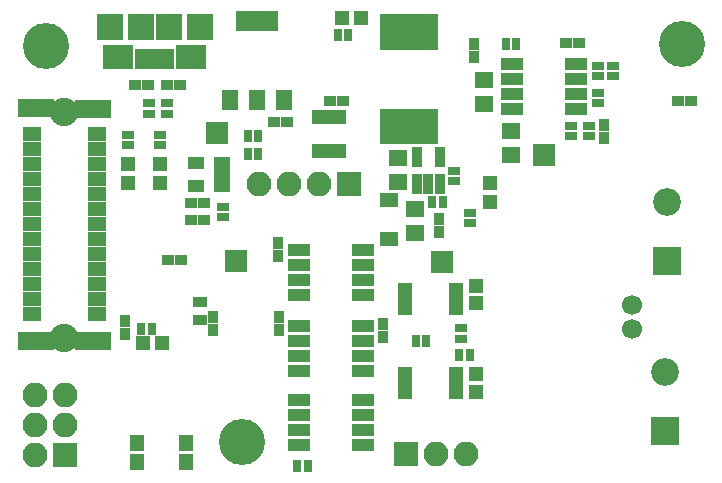
<source format=gts>
G04 #@! TF.FileFunction,Soldermask,Top*
%FSLAX46Y46*%
G04 Gerber Fmt 4.6, Leading zero omitted, Abs format (unit mm)*
G04 Created by KiCad (PCBNEW 4.0.7) date 03/18/19 10:08:06*
%MOMM*%
%LPD*%
G01*
G04 APERTURE LIST*
%ADD10C,0.100000*%
%ADD11C,3.900000*%
%ADD12R,0.900000X1.000000*%
%ADD13R,1.000000X0.900000*%
%ADD14R,1.150000X1.200000*%
%ADD15C,1.700000*%
%ADD16R,1.200000X1.200000*%
%ADD17R,1.600000X1.300000*%
%ADD18R,2.200000X2.300000*%
%ADD19R,2.300000X2.300000*%
%ADD20R,0.800000X1.750000*%
%ADD21R,2.500000X2.000000*%
%ADD22R,2.350000X2.350000*%
%ADD23C,2.350000*%
%ADD24R,2.100000X2.100000*%
%ADD25O,2.100000X2.100000*%
%ADD26R,1.300000X0.900000*%
%ADD27R,1.650000X1.400000*%
%ADD28R,2.900000X1.300000*%
%ADD29R,1.000000X0.800000*%
%ADD30R,0.800000X1.000000*%
%ADD31R,1.330000X1.710000*%
%ADD32R,3.640000X1.710000*%
%ADD33R,1.950000X1.000000*%
%ADD34R,0.958800X1.670000*%
%ADD35C,2.400000*%
%ADD36R,3.100000X1.600000*%
%ADD37R,1.500000X1.200000*%
%ADD38R,1.900000X1.900000*%
%ADD39R,1.460000X1.050000*%
%ADD40R,1.300000X1.400000*%
%ADD41R,1.300000X0.650000*%
G04 APERTURE END LIST*
D10*
D11*
X80772000Y-81661000D03*
D12*
X78257400Y-71154200D03*
X78257400Y-72254200D03*
D13*
X74380000Y-51435000D03*
X75480000Y-51435000D03*
D12*
X70866000Y-71459000D03*
X70866000Y-72559000D03*
D13*
X84560500Y-54610000D03*
X83460500Y-54610000D03*
X72813000Y-51435000D03*
X71713000Y-51435000D03*
D14*
X100584000Y-68465000D03*
X100584000Y-69965000D03*
D12*
X97409000Y-63923000D03*
X97409000Y-62823000D03*
D15*
X113792000Y-70104000D03*
X113792000Y-72104000D03*
D14*
X100584000Y-75958000D03*
X100584000Y-77458000D03*
D12*
X111379000Y-54822000D03*
X111379000Y-55922000D03*
X100355400Y-49114800D03*
X100355400Y-48014800D03*
X83883500Y-71141500D03*
X83883500Y-72241500D03*
X83769200Y-65929600D03*
X83769200Y-64829600D03*
X92710000Y-72813000D03*
X92710000Y-71713000D03*
D13*
X88223000Y-52832000D03*
X89323000Y-52832000D03*
D16*
X73787000Y-58128000D03*
X73787000Y-59728000D03*
X101727000Y-61379000D03*
X101727000Y-59779000D03*
X71120000Y-58128000D03*
X71120000Y-59728000D03*
X89217600Y-45821600D03*
X90817600Y-45821600D03*
X72352000Y-73355200D03*
X73952000Y-73355200D03*
D17*
X93218000Y-64515000D03*
X93218000Y-61215000D03*
D18*
X69554000Y-46566000D03*
D19*
X72154000Y-46566000D03*
X74554000Y-46566000D03*
D18*
X77154000Y-46566000D03*
D20*
X72054000Y-49242980D03*
X73354000Y-49242980D03*
X72704000Y-49242980D03*
X74004000Y-49242980D03*
X74654000Y-49242980D03*
D21*
X70254000Y-49116000D03*
X76454000Y-49116000D03*
D22*
X116713000Y-66381000D03*
D23*
X116713000Y-61381000D03*
D22*
X116586000Y-80732000D03*
D23*
X116586000Y-75732000D03*
D24*
X94615000Y-82677000D03*
D25*
X97155000Y-82677000D03*
X99695000Y-82677000D03*
D24*
X65786000Y-82804000D03*
D25*
X63246000Y-82804000D03*
X65786000Y-80264000D03*
X63246000Y-80264000D03*
X65786000Y-77724000D03*
X63246000Y-77724000D03*
D26*
X77216000Y-71362000D03*
X77216000Y-69862000D03*
D27*
X93980000Y-57674000D03*
X93980000Y-59674000D03*
D10*
G36*
X92419000Y-53490000D02*
X97319000Y-53490000D01*
X97319000Y-56490000D01*
X92419000Y-56490000D01*
X92419000Y-53490000D01*
X92419000Y-53490000D01*
G37*
G36*
X92419000Y-45490000D02*
X97319000Y-45490000D01*
X97319000Y-48490000D01*
X92419000Y-48490000D01*
X92419000Y-45490000D01*
X92419000Y-45490000D01*
G37*
D28*
X88138000Y-54176000D03*
X88138000Y-57076000D03*
D29*
X73787000Y-55684000D03*
X73787000Y-56584000D03*
X100076000Y-63188000D03*
X100076000Y-62288000D03*
X71120000Y-55684000D03*
X71120000Y-56584000D03*
D30*
X89731000Y-47269400D03*
X88831000Y-47269400D03*
D29*
X98679000Y-58732000D03*
X98679000Y-59632000D03*
D30*
X97732000Y-61341000D03*
X96832000Y-61341000D03*
D29*
X99314000Y-72967000D03*
X99314000Y-72067000D03*
D30*
X96335000Y-73152000D03*
X95435000Y-73152000D03*
X73119400Y-72161400D03*
X72219400Y-72161400D03*
X99118000Y-74295000D03*
X100018000Y-74295000D03*
X86302000Y-83693000D03*
X85402000Y-83693000D03*
D31*
X79752000Y-52748000D03*
X82042000Y-52748000D03*
X84332000Y-52748000D03*
D32*
X82042000Y-46058000D03*
D33*
X103599000Y-49657000D03*
X103599000Y-50927000D03*
X103599000Y-52197000D03*
X103599000Y-53467000D03*
X108999000Y-53467000D03*
X108999000Y-52197000D03*
X108999000Y-50927000D03*
X108999000Y-49657000D03*
D34*
X95554800Y-59817000D03*
X96520000Y-59817000D03*
X97485200Y-59817000D03*
X97485200Y-57531000D03*
X95554800Y-57531000D03*
D33*
X85565000Y-65405000D03*
X85565000Y-66675000D03*
X85565000Y-67945000D03*
X85565000Y-69215000D03*
X90965000Y-69215000D03*
X90965000Y-67945000D03*
X90965000Y-66675000D03*
X90965000Y-65405000D03*
X85565000Y-71882000D03*
X85565000Y-73152000D03*
X85565000Y-74422000D03*
X85565000Y-75692000D03*
X90965000Y-75692000D03*
X90965000Y-74422000D03*
X90965000Y-73152000D03*
X90965000Y-71882000D03*
X85565000Y-78105000D03*
X85565000Y-79375000D03*
X85565000Y-80645000D03*
X85565000Y-81915000D03*
X90965000Y-81915000D03*
X90965000Y-80645000D03*
X90965000Y-79375000D03*
X90965000Y-78105000D03*
D24*
X89789000Y-59817000D03*
D25*
X87249000Y-59817000D03*
X84709000Y-59817000D03*
X82169000Y-59817000D03*
D11*
X64135000Y-48133000D03*
X117983000Y-48006000D03*
D35*
X65703000Y-53716000D03*
D36*
X68153000Y-53516000D03*
X63253000Y-53416000D03*
X63253000Y-73176000D03*
D37*
X62953000Y-70866000D03*
X62953000Y-69596000D03*
X62953000Y-67056000D03*
X62953000Y-68326000D03*
X62953000Y-65786000D03*
X62953000Y-64516000D03*
X62953000Y-61976000D03*
X62953000Y-63246000D03*
X62953000Y-60706000D03*
X62953000Y-59436000D03*
X62953000Y-56896000D03*
X62953000Y-58166000D03*
X62953000Y-55626000D03*
X68453000Y-55626000D03*
X68453000Y-58166000D03*
X68453000Y-56896000D03*
X68453000Y-59436000D03*
X68453000Y-60706000D03*
X68453000Y-63246000D03*
X68453000Y-61976000D03*
X68453000Y-64516000D03*
X68453000Y-65786000D03*
X68453000Y-68326000D03*
X68453000Y-67056000D03*
X68453000Y-69596000D03*
X68453000Y-70866000D03*
D36*
X68153000Y-73176000D03*
D35*
X65703000Y-72876000D03*
D13*
X76412000Y-61468000D03*
X77512000Y-61468000D03*
X77512000Y-62865000D03*
X76412000Y-62865000D03*
D29*
X79121000Y-62680000D03*
X79121000Y-61780000D03*
D38*
X106299000Y-57404000D03*
X97663000Y-66421000D03*
X80225900Y-66408300D03*
X78613000Y-55499000D03*
D39*
X79078000Y-60005000D03*
X79078000Y-59055000D03*
X79078000Y-58105000D03*
X76878000Y-58105000D03*
X76878000Y-60005000D03*
D13*
X75607000Y-66294000D03*
X74507000Y-66294000D03*
D27*
X95377000Y-63992000D03*
X95377000Y-61992000D03*
D13*
X109262000Y-47879000D03*
X108162000Y-47879000D03*
D40*
X75964000Y-83350000D03*
X75964000Y-81750000D03*
X71864000Y-83350000D03*
X71864000Y-81750000D03*
D29*
X74422000Y-53917000D03*
X74422000Y-53017000D03*
X72898000Y-53917000D03*
X72898000Y-53017000D03*
X110871000Y-50742000D03*
X110871000Y-49842000D03*
X112141000Y-49842000D03*
X112141000Y-50742000D03*
X110871000Y-52128000D03*
X110871000Y-53028000D03*
X110109000Y-54922000D03*
X110109000Y-55822000D03*
D30*
X103055000Y-48006000D03*
X103955000Y-48006000D03*
D29*
X108585000Y-55822000D03*
X108585000Y-54922000D03*
D30*
X82111000Y-57277000D03*
X81211000Y-57277000D03*
X81211000Y-55753000D03*
X82111000Y-55753000D03*
D27*
X101219000Y-51070000D03*
X101219000Y-53070000D03*
X103505000Y-57388000D03*
X103505000Y-55388000D03*
D41*
X94525500Y-75704000D03*
X98884000Y-75712000D03*
X98884000Y-77687000D03*
X98884000Y-77212000D03*
X98884000Y-76712000D03*
X98884000Y-76212000D03*
X94525500Y-76212000D03*
X94525500Y-76712000D03*
X94525500Y-77212000D03*
X94525500Y-77712000D03*
X94525500Y-68592000D03*
X98884000Y-68600000D03*
X98884000Y-70575000D03*
X98884000Y-70100000D03*
X98884000Y-69600000D03*
X98884000Y-69100000D03*
X94525500Y-69100000D03*
X94525500Y-69600000D03*
X94525500Y-70100000D03*
X94525500Y-70600000D03*
D13*
X118787000Y-52832000D03*
X117687000Y-52832000D03*
M02*

</source>
